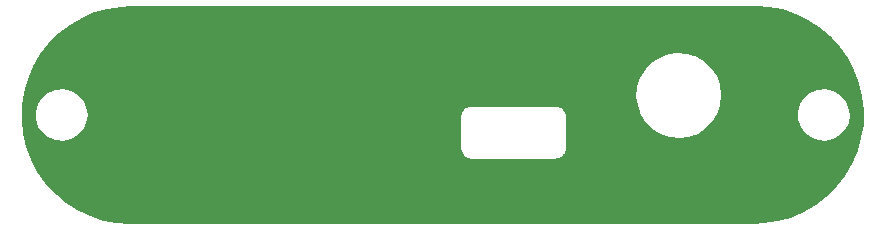
<source format=gtl>
G04 #@! TF.GenerationSoftware,KiCad,Pcbnew,5.0.2+dfsg1-1*
G04 #@! TF.CreationDate,2019-07-02T12:23:53-04:00*
G04 #@! TF.ProjectId,backpanel,6261636b-7061-46e6-956c-2e6b69636164,rev?*
G04 #@! TF.SameCoordinates,Original*
G04 #@! TF.FileFunction,Copper,L1,Top*
G04 #@! TF.FilePolarity,Positive*
%FSLAX46Y46*%
G04 Gerber Fmt 4.6, Leading zero omitted, Abs format (unit mm)*
G04 Created by KiCad (PCBNEW 5.0.2+dfsg1-1) date Tue 02 Jul 2019 12:23:53 PM EDT*
%MOMM*%
%LPD*%
G01*
G04 APERTURE LIST*
G04 #@! TA.AperFunction,NonConductor*
%ADD10C,0.254000*%
G04 #@! TD*
G04 APERTURE END LIST*
D10*
G36*
X177598396Y-81380681D02*
X178735077Y-81600600D01*
X179834579Y-81963161D01*
X180879119Y-82462501D01*
X181851736Y-83090511D01*
X182736673Y-83837018D01*
X183519580Y-84689916D01*
X184187772Y-85635386D01*
X184730409Y-86658090D01*
X185138701Y-87741461D01*
X185406024Y-88867920D01*
X185528046Y-90019220D01*
X185502789Y-91176704D01*
X185330665Y-92321580D01*
X185014460Y-93435314D01*
X184559305Y-94499835D01*
X183972570Y-95497905D01*
X183263775Y-96413324D01*
X182444406Y-97231265D01*
X181527758Y-97938454D01*
X180528672Y-98523444D01*
X179463347Y-98976745D01*
X178349062Y-99291005D01*
X177198681Y-99461905D01*
X176422858Y-99494422D01*
X176361957Y-99500877D01*
X176302369Y-99515018D01*
X176291803Y-99519000D01*
X123572321Y-99519000D01*
X122401604Y-99444319D01*
X121264923Y-99224400D01*
X120165416Y-98861836D01*
X119120881Y-98362499D01*
X118148265Y-97734489D01*
X117263323Y-96987978D01*
X116480416Y-96135079D01*
X115812226Y-95189611D01*
X115269591Y-94166910D01*
X114861299Y-93083539D01*
X114593976Y-91957080D01*
X114471954Y-90805780D01*
X114487414Y-90097264D01*
X115432205Y-90097264D01*
X115437637Y-90788867D01*
X115646188Y-91448299D01*
X116039419Y-92017257D01*
X116582563Y-92445437D01*
X117227599Y-92694982D01*
X117917496Y-92743830D01*
X118591258Y-92587660D01*
X119189314Y-92240281D01*
X119658789Y-91732406D01*
X119958175Y-91108938D01*
X120056475Y-90455092D01*
X151444000Y-90455092D01*
X151444001Y-93319909D01*
X151470459Y-93452922D01*
X151474705Y-93459276D01*
X151490822Y-93540303D01*
X151490822Y-93540305D01*
X151558911Y-93704684D01*
X151667298Y-93866895D01*
X151698984Y-93898580D01*
X151793105Y-93992702D01*
X151955316Y-94101089D01*
X152119695Y-94169178D01*
X152119697Y-94169178D01*
X152190115Y-94183185D01*
X152222078Y-94204542D01*
X152355091Y-94231000D01*
X159644909Y-94231000D01*
X159688958Y-94222238D01*
X159688961Y-94222238D01*
X159880303Y-94184178D01*
X159880305Y-94184178D01*
X160044684Y-94116089D01*
X160206895Y-94007702D01*
X160261674Y-93952922D01*
X160332702Y-93881895D01*
X160441089Y-93719684D01*
X160509178Y-93555305D01*
X160509178Y-93555303D01*
X160547238Y-93363960D01*
X160547238Y-93363958D01*
X160556000Y-93319909D01*
X160556000Y-90455091D01*
X160529542Y-90322078D01*
X160509640Y-90292292D01*
X160499178Y-90239697D01*
X160499178Y-90239695D01*
X160431089Y-90075316D01*
X160322702Y-89913105D01*
X160238830Y-89829234D01*
X160196895Y-89787298D01*
X160034684Y-89678911D01*
X160034040Y-89678644D01*
X159983786Y-89657828D01*
X159870305Y-89610822D01*
X159870303Y-89610822D01*
X159678961Y-89572762D01*
X159663822Y-89572762D01*
X159644909Y-89569000D01*
X152355091Y-89569000D01*
X152336178Y-89572762D01*
X152311040Y-89572762D01*
X152119697Y-89610822D01*
X152119695Y-89610822D01*
X152006214Y-89657828D01*
X151955961Y-89678644D01*
X151955316Y-89678911D01*
X151793105Y-89787298D01*
X151709234Y-89871170D01*
X151667298Y-89913105D01*
X151558911Y-90075316D01*
X151490822Y-90239695D01*
X151490822Y-90239697D01*
X151476121Y-90313603D01*
X151470458Y-90322079D01*
X151444000Y-90455092D01*
X120056475Y-90455092D01*
X120061000Y-90425000D01*
X120060713Y-90388465D01*
X119947157Y-89706226D01*
X119638016Y-89087538D01*
X119389498Y-88827023D01*
X166274363Y-88827023D01*
X166378473Y-89651140D01*
X166662578Y-90431711D01*
X167112557Y-91129941D01*
X167706045Y-91711128D01*
X168413546Y-92146386D01*
X169199896Y-92414081D01*
X170026012Y-92500909D01*
X170850835Y-92402555D01*
X171633371Y-92123907D01*
X172334726Y-91678813D01*
X172920042Y-91089397D01*
X173360228Y-90384952D01*
X173460411Y-90097264D01*
X179962205Y-90097264D01*
X179967637Y-90788867D01*
X180176188Y-91448299D01*
X180569419Y-92017257D01*
X181112563Y-92445437D01*
X181757599Y-92694982D01*
X182447496Y-92743830D01*
X183121258Y-92587660D01*
X183719314Y-92240281D01*
X184188789Y-91732406D01*
X184488175Y-91108938D01*
X184591000Y-90425000D01*
X184590713Y-90388465D01*
X184477157Y-89706226D01*
X184168016Y-89087538D01*
X183690622Y-88587099D01*
X183087182Y-88249157D01*
X182411051Y-88103590D01*
X181722006Y-88163268D01*
X181080970Y-88422914D01*
X180544618Y-88859573D01*
X180160372Y-89434637D01*
X179962205Y-90097264D01*
X173460411Y-90097264D01*
X173633406Y-89600490D01*
X173726000Y-88775000D01*
X173724547Y-88670964D01*
X173608941Y-87848381D01*
X173313965Y-87071853D01*
X172854282Y-86379973D01*
X172252736Y-85807130D01*
X171539227Y-85381793D01*
X170749216Y-85125103D01*
X169921969Y-85049817D01*
X169098599Y-85159678D01*
X168320030Y-85449225D01*
X167624958Y-85904068D01*
X167047929Y-86501599D01*
X166617621Y-87212122D01*
X166355422Y-88000321D01*
X166274363Y-88827023D01*
X119389498Y-88827023D01*
X119160622Y-88587099D01*
X118557182Y-88249157D01*
X117881051Y-88103590D01*
X117192006Y-88163268D01*
X116550970Y-88422914D01*
X116014618Y-88859573D01*
X115630372Y-89434637D01*
X115432205Y-90097264D01*
X114487414Y-90097264D01*
X114497211Y-89648295D01*
X114669335Y-88503420D01*
X114985539Y-87389688D01*
X115440695Y-86325165D01*
X116027424Y-85327104D01*
X116736221Y-84411680D01*
X117555589Y-83593739D01*
X118472247Y-82886542D01*
X119471328Y-82301556D01*
X120536653Y-81848255D01*
X121650936Y-81533995D01*
X122801329Y-81363094D01*
X123567073Y-81331000D01*
X176490373Y-81331000D01*
X176570314Y-81315099D01*
X177598396Y-81380681D01*
X177598396Y-81380681D01*
G37*
X177598396Y-81380681D02*
X178735077Y-81600600D01*
X179834579Y-81963161D01*
X180879119Y-82462501D01*
X181851736Y-83090511D01*
X182736673Y-83837018D01*
X183519580Y-84689916D01*
X184187772Y-85635386D01*
X184730409Y-86658090D01*
X185138701Y-87741461D01*
X185406024Y-88867920D01*
X185528046Y-90019220D01*
X185502789Y-91176704D01*
X185330665Y-92321580D01*
X185014460Y-93435314D01*
X184559305Y-94499835D01*
X183972570Y-95497905D01*
X183263775Y-96413324D01*
X182444406Y-97231265D01*
X181527758Y-97938454D01*
X180528672Y-98523444D01*
X179463347Y-98976745D01*
X178349062Y-99291005D01*
X177198681Y-99461905D01*
X176422858Y-99494422D01*
X176361957Y-99500877D01*
X176302369Y-99515018D01*
X176291803Y-99519000D01*
X123572321Y-99519000D01*
X122401604Y-99444319D01*
X121264923Y-99224400D01*
X120165416Y-98861836D01*
X119120881Y-98362499D01*
X118148265Y-97734489D01*
X117263323Y-96987978D01*
X116480416Y-96135079D01*
X115812226Y-95189611D01*
X115269591Y-94166910D01*
X114861299Y-93083539D01*
X114593976Y-91957080D01*
X114471954Y-90805780D01*
X114487414Y-90097264D01*
X115432205Y-90097264D01*
X115437637Y-90788867D01*
X115646188Y-91448299D01*
X116039419Y-92017257D01*
X116582563Y-92445437D01*
X117227599Y-92694982D01*
X117917496Y-92743830D01*
X118591258Y-92587660D01*
X119189314Y-92240281D01*
X119658789Y-91732406D01*
X119958175Y-91108938D01*
X120056475Y-90455092D01*
X151444000Y-90455092D01*
X151444001Y-93319909D01*
X151470459Y-93452922D01*
X151474705Y-93459276D01*
X151490822Y-93540303D01*
X151490822Y-93540305D01*
X151558911Y-93704684D01*
X151667298Y-93866895D01*
X151698984Y-93898580D01*
X151793105Y-93992702D01*
X151955316Y-94101089D01*
X152119695Y-94169178D01*
X152119697Y-94169178D01*
X152190115Y-94183185D01*
X152222078Y-94204542D01*
X152355091Y-94231000D01*
X159644909Y-94231000D01*
X159688958Y-94222238D01*
X159688961Y-94222238D01*
X159880303Y-94184178D01*
X159880305Y-94184178D01*
X160044684Y-94116089D01*
X160206895Y-94007702D01*
X160261674Y-93952922D01*
X160332702Y-93881895D01*
X160441089Y-93719684D01*
X160509178Y-93555305D01*
X160509178Y-93555303D01*
X160547238Y-93363960D01*
X160547238Y-93363958D01*
X160556000Y-93319909D01*
X160556000Y-90455091D01*
X160529542Y-90322078D01*
X160509640Y-90292292D01*
X160499178Y-90239697D01*
X160499178Y-90239695D01*
X160431089Y-90075316D01*
X160322702Y-89913105D01*
X160238830Y-89829234D01*
X160196895Y-89787298D01*
X160034684Y-89678911D01*
X160034040Y-89678644D01*
X159983786Y-89657828D01*
X159870305Y-89610822D01*
X159870303Y-89610822D01*
X159678961Y-89572762D01*
X159663822Y-89572762D01*
X159644909Y-89569000D01*
X152355091Y-89569000D01*
X152336178Y-89572762D01*
X152311040Y-89572762D01*
X152119697Y-89610822D01*
X152119695Y-89610822D01*
X152006214Y-89657828D01*
X151955961Y-89678644D01*
X151955316Y-89678911D01*
X151793105Y-89787298D01*
X151709234Y-89871170D01*
X151667298Y-89913105D01*
X151558911Y-90075316D01*
X151490822Y-90239695D01*
X151490822Y-90239697D01*
X151476121Y-90313603D01*
X151470458Y-90322079D01*
X151444000Y-90455092D01*
X120056475Y-90455092D01*
X120061000Y-90425000D01*
X120060713Y-90388465D01*
X119947157Y-89706226D01*
X119638016Y-89087538D01*
X119389498Y-88827023D01*
X166274363Y-88827023D01*
X166378473Y-89651140D01*
X166662578Y-90431711D01*
X167112557Y-91129941D01*
X167706045Y-91711128D01*
X168413546Y-92146386D01*
X169199896Y-92414081D01*
X170026012Y-92500909D01*
X170850835Y-92402555D01*
X171633371Y-92123907D01*
X172334726Y-91678813D01*
X172920042Y-91089397D01*
X173360228Y-90384952D01*
X173460411Y-90097264D01*
X179962205Y-90097264D01*
X179967637Y-90788867D01*
X180176188Y-91448299D01*
X180569419Y-92017257D01*
X181112563Y-92445437D01*
X181757599Y-92694982D01*
X182447496Y-92743830D01*
X183121258Y-92587660D01*
X183719314Y-92240281D01*
X184188789Y-91732406D01*
X184488175Y-91108938D01*
X184591000Y-90425000D01*
X184590713Y-90388465D01*
X184477157Y-89706226D01*
X184168016Y-89087538D01*
X183690622Y-88587099D01*
X183087182Y-88249157D01*
X182411051Y-88103590D01*
X181722006Y-88163268D01*
X181080970Y-88422914D01*
X180544618Y-88859573D01*
X180160372Y-89434637D01*
X179962205Y-90097264D01*
X173460411Y-90097264D01*
X173633406Y-89600490D01*
X173726000Y-88775000D01*
X173724547Y-88670964D01*
X173608941Y-87848381D01*
X173313965Y-87071853D01*
X172854282Y-86379973D01*
X172252736Y-85807130D01*
X171539227Y-85381793D01*
X170749216Y-85125103D01*
X169921969Y-85049817D01*
X169098599Y-85159678D01*
X168320030Y-85449225D01*
X167624958Y-85904068D01*
X167047929Y-86501599D01*
X166617621Y-87212122D01*
X166355422Y-88000321D01*
X166274363Y-88827023D01*
X119389498Y-88827023D01*
X119160622Y-88587099D01*
X118557182Y-88249157D01*
X117881051Y-88103590D01*
X117192006Y-88163268D01*
X116550970Y-88422914D01*
X116014618Y-88859573D01*
X115630372Y-89434637D01*
X115432205Y-90097264D01*
X114487414Y-90097264D01*
X114497211Y-89648295D01*
X114669335Y-88503420D01*
X114985539Y-87389688D01*
X115440695Y-86325165D01*
X116027424Y-85327104D01*
X116736221Y-84411680D01*
X117555589Y-83593739D01*
X118472247Y-82886542D01*
X119471328Y-82301556D01*
X120536653Y-81848255D01*
X121650936Y-81533995D01*
X122801329Y-81363094D01*
X123567073Y-81331000D01*
X176490373Y-81331000D01*
X176570314Y-81315099D01*
X177598396Y-81380681D01*
M02*

</source>
